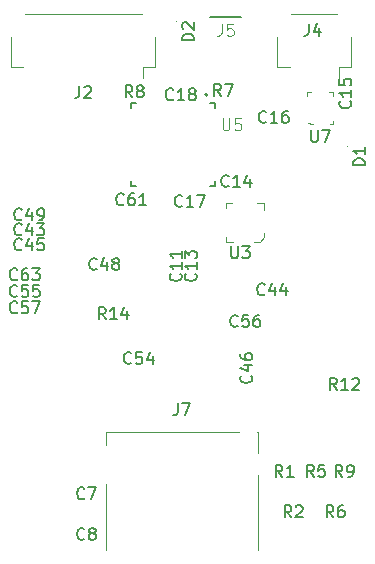
<source format=gbr>
G04 #@! TF.GenerationSoftware,KiCad,Pcbnew,(5.1.4)-1*
G04 #@! TF.CreationDate,2019-11-25T09:31:26+01:00*
G04 #@! TF.ProjectId,V3S_ESP32_Feather,5633535f-4553-4503-9332-5f4665617468,rev?*
G04 #@! TF.SameCoordinates,Original*
G04 #@! TF.FileFunction,Legend,Top*
G04 #@! TF.FilePolarity,Positive*
%FSLAX46Y46*%
G04 Gerber Fmt 4.6, Leading zero omitted, Abs format (unit mm)*
G04 Created by KiCad (PCBNEW (5.1.4)-1) date 2019-11-25 09:31:26*
%MOMM*%
%LPD*%
G04 APERTURE LIST*
%ADD10C,0.100000*%
%ADD11C,0.120000*%
%ADD12C,0.127000*%
%ADD13C,0.200000*%
%ADD14C,0.150000*%
%ADD15C,0.050000*%
G04 APERTURE END LIST*
D10*
X37642000Y-21593500D02*
G75*
G03X37642000Y-21593500I-50000J0D01*
G01*
X52120000Y-32160000D02*
G75*
G03X52120000Y-32160000I-50000J0D01*
G01*
X41809000Y-40233000D02*
X41809000Y-39858000D01*
X42359000Y-40233000D02*
X41809000Y-40233000D01*
X41809000Y-36983000D02*
X42334000Y-36983000D01*
X41809000Y-37383000D02*
X41809000Y-36983000D01*
X45059000Y-36983000D02*
X44434000Y-36983000D01*
X45059000Y-37533000D02*
X45059000Y-36983000D01*
X45059000Y-39833000D02*
X45059000Y-39483000D01*
X44684000Y-40233000D02*
X45059000Y-39833000D01*
X44209000Y-40233000D02*
X44684000Y-40233000D01*
D11*
X51216000Y-20937000D02*
X47336000Y-20937000D01*
X46166000Y-25407000D02*
X47216000Y-25407000D01*
X46166000Y-22907000D02*
X46166000Y-25407000D01*
X51336000Y-25407000D02*
X51336000Y-26397000D01*
X52386000Y-25407000D02*
X51336000Y-25407000D01*
X52386000Y-22907000D02*
X52386000Y-25407000D01*
X34658000Y-20937000D02*
X24778000Y-20937000D01*
X23608000Y-25407000D02*
X24658000Y-25407000D01*
X23608000Y-22907000D02*
X23608000Y-25407000D01*
X34778000Y-25407000D02*
X34778000Y-26397000D01*
X35828000Y-25407000D02*
X34778000Y-25407000D01*
X35828000Y-22907000D02*
X35828000Y-25407000D01*
D10*
X50884000Y-30306000D02*
X50584000Y-30306000D01*
X50884000Y-30306000D02*
X50884000Y-30006000D01*
X48684000Y-27606000D02*
X48984000Y-27606000D01*
X48684000Y-27606000D02*
X48684000Y-27906000D01*
X50884000Y-27606000D02*
X50884000Y-27906000D01*
X50884000Y-27606000D02*
X50534000Y-27606000D01*
X48834000Y-30156000D02*
X48734000Y-30156000D01*
X48984000Y-30306000D02*
X48834000Y-30156000D01*
X49134000Y-30306000D02*
X48984000Y-30306000D01*
D11*
X44425000Y-56318000D02*
X44535000Y-56318000D01*
X31665000Y-57478000D02*
X31665000Y-56318000D01*
X31665000Y-56318000D02*
X42925000Y-56318000D01*
X44535000Y-56318000D02*
X44535000Y-58128000D01*
X31665000Y-60728000D02*
X31665000Y-66328000D01*
X44535000Y-60028000D02*
X44535000Y-66328000D01*
D12*
X43083000Y-21179000D02*
X40483000Y-21179000D01*
X40448000Y-28454000D02*
X40888000Y-28454000D01*
X40888000Y-28454000D02*
X40888000Y-28894000D01*
X34228000Y-28454000D02*
X33788000Y-28454000D01*
X33788000Y-28454000D02*
X33788000Y-28894000D01*
X34228000Y-35554000D02*
X33788000Y-35554000D01*
X33788000Y-35554000D02*
X33788000Y-35114000D01*
X40448000Y-35554000D02*
X40888000Y-35554000D01*
X40888000Y-35554000D02*
X40888000Y-35114000D01*
D13*
X40238000Y-27804000D02*
G75*
G03X40238000Y-27804000I-100000J0D01*
G01*
D14*
X39094380Y-23191595D02*
X38094380Y-23191595D01*
X38094380Y-22953500D01*
X38142000Y-22810642D01*
X38237238Y-22715404D01*
X38332476Y-22667785D01*
X38522952Y-22620166D01*
X38665809Y-22620166D01*
X38856285Y-22667785D01*
X38951523Y-22715404D01*
X39046761Y-22810642D01*
X39094380Y-22953500D01*
X39094380Y-23191595D01*
X38189619Y-22239214D02*
X38142000Y-22191595D01*
X38094380Y-22096357D01*
X38094380Y-21858261D01*
X38142000Y-21763023D01*
X38189619Y-21715404D01*
X38284857Y-21667785D01*
X38380095Y-21667785D01*
X38522952Y-21715404D01*
X39094380Y-22286833D01*
X39094380Y-21667785D01*
X53572380Y-33758095D02*
X52572380Y-33758095D01*
X52572380Y-33520000D01*
X52620000Y-33377142D01*
X52715238Y-33281904D01*
X52810476Y-33234285D01*
X53000952Y-33186666D01*
X53143809Y-33186666D01*
X53334285Y-33234285D01*
X53429523Y-33281904D01*
X53524761Y-33377142D01*
X53572380Y-33520000D01*
X53572380Y-33758095D01*
X53572380Y-32234285D02*
X53572380Y-32805714D01*
X53572380Y-32520000D02*
X52572380Y-32520000D01*
X52715238Y-32615238D01*
X52810476Y-32710476D01*
X52858095Y-32805714D01*
X51173142Y-52776380D02*
X50839809Y-52300190D01*
X50601714Y-52776380D02*
X50601714Y-51776380D01*
X50982666Y-51776380D01*
X51077904Y-51824000D01*
X51125523Y-51871619D01*
X51173142Y-51966857D01*
X51173142Y-52109714D01*
X51125523Y-52204952D01*
X51077904Y-52252571D01*
X50982666Y-52300190D01*
X50601714Y-52300190D01*
X52125523Y-52776380D02*
X51554095Y-52776380D01*
X51839809Y-52776380D02*
X51839809Y-51776380D01*
X51744571Y-51919238D01*
X51649333Y-52014476D01*
X51554095Y-52062095D01*
X52506476Y-51871619D02*
X52554095Y-51824000D01*
X52649333Y-51776380D01*
X52887428Y-51776380D01*
X52982666Y-51824000D01*
X53030285Y-51871619D01*
X53077904Y-51966857D01*
X53077904Y-52062095D01*
X53030285Y-52204952D01*
X52458857Y-52776380D01*
X53077904Y-52776380D01*
X37330142Y-28170142D02*
X37282523Y-28217761D01*
X37139666Y-28265380D01*
X37044428Y-28265380D01*
X36901571Y-28217761D01*
X36806333Y-28122523D01*
X36758714Y-28027285D01*
X36711095Y-27836809D01*
X36711095Y-27693952D01*
X36758714Y-27503476D01*
X36806333Y-27408238D01*
X36901571Y-27313000D01*
X37044428Y-27265380D01*
X37139666Y-27265380D01*
X37282523Y-27313000D01*
X37330142Y-27360619D01*
X38282523Y-28265380D02*
X37711095Y-28265380D01*
X37996809Y-28265380D02*
X37996809Y-27265380D01*
X37901571Y-27408238D01*
X37806333Y-27503476D01*
X37711095Y-27551095D01*
X38853952Y-27693952D02*
X38758714Y-27646333D01*
X38711095Y-27598714D01*
X38663476Y-27503476D01*
X38663476Y-27455857D01*
X38711095Y-27360619D01*
X38758714Y-27313000D01*
X38853952Y-27265380D01*
X39044428Y-27265380D01*
X39139666Y-27313000D01*
X39187285Y-27360619D01*
X39234904Y-27455857D01*
X39234904Y-27503476D01*
X39187285Y-27598714D01*
X39139666Y-27646333D01*
X39044428Y-27693952D01*
X38853952Y-27693952D01*
X38758714Y-27741571D01*
X38711095Y-27789190D01*
X38663476Y-27884428D01*
X38663476Y-28074904D01*
X38711095Y-28170142D01*
X38758714Y-28217761D01*
X38853952Y-28265380D01*
X39044428Y-28265380D01*
X39139666Y-28217761D01*
X39187285Y-28170142D01*
X39234904Y-28074904D01*
X39234904Y-27884428D01*
X39187285Y-27789190D01*
X39139666Y-27741571D01*
X39044428Y-27693952D01*
X33774142Y-50488142D02*
X33726523Y-50535761D01*
X33583666Y-50583380D01*
X33488428Y-50583380D01*
X33345571Y-50535761D01*
X33250333Y-50440523D01*
X33202714Y-50345285D01*
X33155095Y-50154809D01*
X33155095Y-50011952D01*
X33202714Y-49821476D01*
X33250333Y-49726238D01*
X33345571Y-49631000D01*
X33488428Y-49583380D01*
X33583666Y-49583380D01*
X33726523Y-49631000D01*
X33774142Y-49678619D01*
X34678904Y-49583380D02*
X34202714Y-49583380D01*
X34155095Y-50059571D01*
X34202714Y-50011952D01*
X34297952Y-49964333D01*
X34536047Y-49964333D01*
X34631285Y-50011952D01*
X34678904Y-50059571D01*
X34726523Y-50154809D01*
X34726523Y-50392904D01*
X34678904Y-50488142D01*
X34631285Y-50535761D01*
X34536047Y-50583380D01*
X34297952Y-50583380D01*
X34202714Y-50535761D01*
X34155095Y-50488142D01*
X35583666Y-49916714D02*
X35583666Y-50583380D01*
X35345571Y-49535761D02*
X35107476Y-50250047D01*
X35726523Y-50250047D01*
X24503142Y-38330142D02*
X24455523Y-38377761D01*
X24312666Y-38425380D01*
X24217428Y-38425380D01*
X24074571Y-38377761D01*
X23979333Y-38282523D01*
X23931714Y-38187285D01*
X23884095Y-37996809D01*
X23884095Y-37853952D01*
X23931714Y-37663476D01*
X23979333Y-37568238D01*
X24074571Y-37473000D01*
X24217428Y-37425380D01*
X24312666Y-37425380D01*
X24455523Y-37473000D01*
X24503142Y-37520619D01*
X25360285Y-37758714D02*
X25360285Y-38425380D01*
X25122190Y-37377761D02*
X24884095Y-38092047D01*
X25503142Y-38092047D01*
X25931714Y-38425380D02*
X26122190Y-38425380D01*
X26217428Y-38377761D01*
X26265047Y-38330142D01*
X26360285Y-38187285D01*
X26407904Y-37996809D01*
X26407904Y-37615857D01*
X26360285Y-37520619D01*
X26312666Y-37473000D01*
X26217428Y-37425380D01*
X26026952Y-37425380D01*
X25931714Y-37473000D01*
X25884095Y-37520619D01*
X25836476Y-37615857D01*
X25836476Y-37853952D01*
X25884095Y-37949190D01*
X25931714Y-37996809D01*
X26026952Y-38044428D01*
X26217428Y-38044428D01*
X26312666Y-37996809D01*
X26360285Y-37949190D01*
X26407904Y-37853952D01*
X30853142Y-42521142D02*
X30805523Y-42568761D01*
X30662666Y-42616380D01*
X30567428Y-42616380D01*
X30424571Y-42568761D01*
X30329333Y-42473523D01*
X30281714Y-42378285D01*
X30234095Y-42187809D01*
X30234095Y-42044952D01*
X30281714Y-41854476D01*
X30329333Y-41759238D01*
X30424571Y-41664000D01*
X30567428Y-41616380D01*
X30662666Y-41616380D01*
X30805523Y-41664000D01*
X30853142Y-41711619D01*
X31710285Y-41949714D02*
X31710285Y-42616380D01*
X31472190Y-41568761D02*
X31234095Y-42283047D01*
X31853142Y-42283047D01*
X32376952Y-42044952D02*
X32281714Y-41997333D01*
X32234095Y-41949714D01*
X32186476Y-41854476D01*
X32186476Y-41806857D01*
X32234095Y-41711619D01*
X32281714Y-41664000D01*
X32376952Y-41616380D01*
X32567428Y-41616380D01*
X32662666Y-41664000D01*
X32710285Y-41711619D01*
X32757904Y-41806857D01*
X32757904Y-41854476D01*
X32710285Y-41949714D01*
X32662666Y-41997333D01*
X32567428Y-42044952D01*
X32376952Y-42044952D01*
X32281714Y-42092571D01*
X32234095Y-42140190D01*
X32186476Y-42235428D01*
X32186476Y-42425904D01*
X32234095Y-42521142D01*
X32281714Y-42568761D01*
X32376952Y-42616380D01*
X32567428Y-42616380D01*
X32662666Y-42568761D01*
X32710285Y-42521142D01*
X32757904Y-42425904D01*
X32757904Y-42235428D01*
X32710285Y-42140190D01*
X32662666Y-42092571D01*
X32567428Y-42044952D01*
X38092142Y-37187142D02*
X38044523Y-37234761D01*
X37901666Y-37282380D01*
X37806428Y-37282380D01*
X37663571Y-37234761D01*
X37568333Y-37139523D01*
X37520714Y-37044285D01*
X37473095Y-36853809D01*
X37473095Y-36710952D01*
X37520714Y-36520476D01*
X37568333Y-36425238D01*
X37663571Y-36330000D01*
X37806428Y-36282380D01*
X37901666Y-36282380D01*
X38044523Y-36330000D01*
X38092142Y-36377619D01*
X39044523Y-37282380D02*
X38473095Y-37282380D01*
X38758809Y-37282380D02*
X38758809Y-36282380D01*
X38663571Y-36425238D01*
X38568333Y-36520476D01*
X38473095Y-36568095D01*
X39377857Y-36282380D02*
X40044523Y-36282380D01*
X39615952Y-37282380D01*
X50887333Y-63571380D02*
X50554000Y-63095190D01*
X50315904Y-63571380D02*
X50315904Y-62571380D01*
X50696857Y-62571380D01*
X50792095Y-62619000D01*
X50839714Y-62666619D01*
X50887333Y-62761857D01*
X50887333Y-62904714D01*
X50839714Y-62999952D01*
X50792095Y-63047571D01*
X50696857Y-63095190D01*
X50315904Y-63095190D01*
X51744476Y-62571380D02*
X51554000Y-62571380D01*
X51458761Y-62619000D01*
X51411142Y-62666619D01*
X51315904Y-62809476D01*
X51268285Y-62999952D01*
X51268285Y-63380904D01*
X51315904Y-63476142D01*
X51363523Y-63523761D01*
X51458761Y-63571380D01*
X51649238Y-63571380D01*
X51744476Y-63523761D01*
X51792095Y-63476142D01*
X51839714Y-63380904D01*
X51839714Y-63142809D01*
X51792095Y-63047571D01*
X51744476Y-62999952D01*
X51649238Y-62952333D01*
X51458761Y-62952333D01*
X51363523Y-62999952D01*
X51315904Y-63047571D01*
X51268285Y-63142809D01*
X49236333Y-60142380D02*
X48903000Y-59666190D01*
X48664904Y-60142380D02*
X48664904Y-59142380D01*
X49045857Y-59142380D01*
X49141095Y-59190000D01*
X49188714Y-59237619D01*
X49236333Y-59332857D01*
X49236333Y-59475714D01*
X49188714Y-59570952D01*
X49141095Y-59618571D01*
X49045857Y-59666190D01*
X48664904Y-59666190D01*
X50141095Y-59142380D02*
X49664904Y-59142380D01*
X49617285Y-59618571D01*
X49664904Y-59570952D01*
X49760142Y-59523333D01*
X49998238Y-59523333D01*
X50093476Y-59570952D01*
X50141095Y-59618571D01*
X50188714Y-59713809D01*
X50188714Y-59951904D01*
X50141095Y-60047142D01*
X50093476Y-60094761D01*
X49998238Y-60142380D01*
X49760142Y-60142380D01*
X49664904Y-60094761D01*
X49617285Y-60047142D01*
X47331333Y-63571380D02*
X46998000Y-63095190D01*
X46759904Y-63571380D02*
X46759904Y-62571380D01*
X47140857Y-62571380D01*
X47236095Y-62619000D01*
X47283714Y-62666619D01*
X47331333Y-62761857D01*
X47331333Y-62904714D01*
X47283714Y-62999952D01*
X47236095Y-63047571D01*
X47140857Y-63095190D01*
X46759904Y-63095190D01*
X47712285Y-62666619D02*
X47759904Y-62619000D01*
X47855142Y-62571380D01*
X48093238Y-62571380D01*
X48188476Y-62619000D01*
X48236095Y-62666619D01*
X48283714Y-62761857D01*
X48283714Y-62857095D01*
X48236095Y-62999952D01*
X47664666Y-63571380D01*
X48283714Y-63571380D01*
X46569333Y-60142380D02*
X46236000Y-59666190D01*
X45997904Y-60142380D02*
X45997904Y-59142380D01*
X46378857Y-59142380D01*
X46474095Y-59190000D01*
X46521714Y-59237619D01*
X46569333Y-59332857D01*
X46569333Y-59475714D01*
X46521714Y-59570952D01*
X46474095Y-59618571D01*
X46378857Y-59666190D01*
X45997904Y-59666190D01*
X47521714Y-60142380D02*
X46950285Y-60142380D01*
X47236000Y-60142380D02*
X47236000Y-59142380D01*
X47140761Y-59285238D01*
X47045523Y-59380476D01*
X46950285Y-59428095D01*
X42232095Y-40630380D02*
X42232095Y-41439904D01*
X42279714Y-41535142D01*
X42327333Y-41582761D01*
X42422571Y-41630380D01*
X42613047Y-41630380D01*
X42708285Y-41582761D01*
X42755904Y-41535142D01*
X42803523Y-41439904D01*
X42803523Y-40630380D01*
X43184476Y-40630380D02*
X43803523Y-40630380D01*
X43470190Y-41011333D01*
X43613047Y-41011333D01*
X43708285Y-41058952D01*
X43755904Y-41106571D01*
X43803523Y-41201809D01*
X43803523Y-41439904D01*
X43755904Y-41535142D01*
X43708285Y-41582761D01*
X43613047Y-41630380D01*
X43327333Y-41630380D01*
X43232095Y-41582761D01*
X43184476Y-41535142D01*
X48815666Y-21804380D02*
X48815666Y-22518666D01*
X48768047Y-22661523D01*
X48672809Y-22756761D01*
X48529952Y-22804380D01*
X48434714Y-22804380D01*
X49720428Y-22137714D02*
X49720428Y-22804380D01*
X49482333Y-21756761D02*
X49244238Y-22471047D01*
X49863285Y-22471047D01*
X29384666Y-27054380D02*
X29384666Y-27768666D01*
X29337047Y-27911523D01*
X29241809Y-28006761D01*
X29098952Y-28054380D01*
X29003714Y-28054380D01*
X29813238Y-27149619D02*
X29860857Y-27102000D01*
X29956095Y-27054380D01*
X30194190Y-27054380D01*
X30289428Y-27102000D01*
X30337047Y-27149619D01*
X30384666Y-27244857D01*
X30384666Y-27340095D01*
X30337047Y-27482952D01*
X29765619Y-28054380D01*
X30384666Y-28054380D01*
X24122142Y-43410142D02*
X24074523Y-43457761D01*
X23931666Y-43505380D01*
X23836428Y-43505380D01*
X23693571Y-43457761D01*
X23598333Y-43362523D01*
X23550714Y-43267285D01*
X23503095Y-43076809D01*
X23503095Y-42933952D01*
X23550714Y-42743476D01*
X23598333Y-42648238D01*
X23693571Y-42553000D01*
X23836428Y-42505380D01*
X23931666Y-42505380D01*
X24074523Y-42553000D01*
X24122142Y-42600619D01*
X24979285Y-42505380D02*
X24788809Y-42505380D01*
X24693571Y-42553000D01*
X24645952Y-42600619D01*
X24550714Y-42743476D01*
X24503095Y-42933952D01*
X24503095Y-43314904D01*
X24550714Y-43410142D01*
X24598333Y-43457761D01*
X24693571Y-43505380D01*
X24884047Y-43505380D01*
X24979285Y-43457761D01*
X25026904Y-43410142D01*
X25074523Y-43314904D01*
X25074523Y-43076809D01*
X25026904Y-42981571D01*
X24979285Y-42933952D01*
X24884047Y-42886333D01*
X24693571Y-42886333D01*
X24598333Y-42933952D01*
X24550714Y-42981571D01*
X24503095Y-43076809D01*
X25407857Y-42505380D02*
X26026904Y-42505380D01*
X25693571Y-42886333D01*
X25836428Y-42886333D01*
X25931666Y-42933952D01*
X25979285Y-42981571D01*
X26026904Y-43076809D01*
X26026904Y-43314904D01*
X25979285Y-43410142D01*
X25931666Y-43457761D01*
X25836428Y-43505380D01*
X25550714Y-43505380D01*
X25455476Y-43457761D01*
X25407857Y-43410142D01*
X33139142Y-37060142D02*
X33091523Y-37107761D01*
X32948666Y-37155380D01*
X32853428Y-37155380D01*
X32710571Y-37107761D01*
X32615333Y-37012523D01*
X32567714Y-36917285D01*
X32520095Y-36726809D01*
X32520095Y-36583952D01*
X32567714Y-36393476D01*
X32615333Y-36298238D01*
X32710571Y-36203000D01*
X32853428Y-36155380D01*
X32948666Y-36155380D01*
X33091523Y-36203000D01*
X33139142Y-36250619D01*
X33996285Y-36155380D02*
X33805809Y-36155380D01*
X33710571Y-36203000D01*
X33662952Y-36250619D01*
X33567714Y-36393476D01*
X33520095Y-36583952D01*
X33520095Y-36964904D01*
X33567714Y-37060142D01*
X33615333Y-37107761D01*
X33710571Y-37155380D01*
X33901047Y-37155380D01*
X33996285Y-37107761D01*
X34043904Y-37060142D01*
X34091523Y-36964904D01*
X34091523Y-36726809D01*
X34043904Y-36631571D01*
X33996285Y-36583952D01*
X33901047Y-36536333D01*
X33710571Y-36536333D01*
X33615333Y-36583952D01*
X33567714Y-36631571D01*
X33520095Y-36726809D01*
X35043904Y-37155380D02*
X34472476Y-37155380D01*
X34758190Y-37155380D02*
X34758190Y-36155380D01*
X34662952Y-36298238D01*
X34567714Y-36393476D01*
X34472476Y-36441095D01*
X42791142Y-47347142D02*
X42743523Y-47394761D01*
X42600666Y-47442380D01*
X42505428Y-47442380D01*
X42362571Y-47394761D01*
X42267333Y-47299523D01*
X42219714Y-47204285D01*
X42172095Y-47013809D01*
X42172095Y-46870952D01*
X42219714Y-46680476D01*
X42267333Y-46585238D01*
X42362571Y-46490000D01*
X42505428Y-46442380D01*
X42600666Y-46442380D01*
X42743523Y-46490000D01*
X42791142Y-46537619D01*
X43695904Y-46442380D02*
X43219714Y-46442380D01*
X43172095Y-46918571D01*
X43219714Y-46870952D01*
X43314952Y-46823333D01*
X43553047Y-46823333D01*
X43648285Y-46870952D01*
X43695904Y-46918571D01*
X43743523Y-47013809D01*
X43743523Y-47251904D01*
X43695904Y-47347142D01*
X43648285Y-47394761D01*
X43553047Y-47442380D01*
X43314952Y-47442380D01*
X43219714Y-47394761D01*
X43172095Y-47347142D01*
X44600666Y-46442380D02*
X44410190Y-46442380D01*
X44314952Y-46490000D01*
X44267333Y-46537619D01*
X44172095Y-46680476D01*
X44124476Y-46870952D01*
X44124476Y-47251904D01*
X44172095Y-47347142D01*
X44219714Y-47394761D01*
X44314952Y-47442380D01*
X44505428Y-47442380D01*
X44600666Y-47394761D01*
X44648285Y-47347142D01*
X44695904Y-47251904D01*
X44695904Y-47013809D01*
X44648285Y-46918571D01*
X44600666Y-46870952D01*
X44505428Y-46823333D01*
X44314952Y-46823333D01*
X44219714Y-46870952D01*
X44172095Y-46918571D01*
X44124476Y-47013809D01*
X24122142Y-44807142D02*
X24074523Y-44854761D01*
X23931666Y-44902380D01*
X23836428Y-44902380D01*
X23693571Y-44854761D01*
X23598333Y-44759523D01*
X23550714Y-44664285D01*
X23503095Y-44473809D01*
X23503095Y-44330952D01*
X23550714Y-44140476D01*
X23598333Y-44045238D01*
X23693571Y-43950000D01*
X23836428Y-43902380D01*
X23931666Y-43902380D01*
X24074523Y-43950000D01*
X24122142Y-43997619D01*
X25026904Y-43902380D02*
X24550714Y-43902380D01*
X24503095Y-44378571D01*
X24550714Y-44330952D01*
X24645952Y-44283333D01*
X24884047Y-44283333D01*
X24979285Y-44330952D01*
X25026904Y-44378571D01*
X25074523Y-44473809D01*
X25074523Y-44711904D01*
X25026904Y-44807142D01*
X24979285Y-44854761D01*
X24884047Y-44902380D01*
X24645952Y-44902380D01*
X24550714Y-44854761D01*
X24503095Y-44807142D01*
X25979285Y-43902380D02*
X25503095Y-43902380D01*
X25455476Y-44378571D01*
X25503095Y-44330952D01*
X25598333Y-44283333D01*
X25836428Y-44283333D01*
X25931666Y-44330952D01*
X25979285Y-44378571D01*
X26026904Y-44473809D01*
X26026904Y-44711904D01*
X25979285Y-44807142D01*
X25931666Y-44854761D01*
X25836428Y-44902380D01*
X25598333Y-44902380D01*
X25503095Y-44854761D01*
X25455476Y-44807142D01*
X45077142Y-44680142D02*
X45029523Y-44727761D01*
X44886666Y-44775380D01*
X44791428Y-44775380D01*
X44648571Y-44727761D01*
X44553333Y-44632523D01*
X44505714Y-44537285D01*
X44458095Y-44346809D01*
X44458095Y-44203952D01*
X44505714Y-44013476D01*
X44553333Y-43918238D01*
X44648571Y-43823000D01*
X44791428Y-43775380D01*
X44886666Y-43775380D01*
X45029523Y-43823000D01*
X45077142Y-43870619D01*
X45934285Y-44108714D02*
X45934285Y-44775380D01*
X45696190Y-43727761D02*
X45458095Y-44442047D01*
X46077142Y-44442047D01*
X46886666Y-44108714D02*
X46886666Y-44775380D01*
X46648571Y-43727761D02*
X46410476Y-44442047D01*
X47029523Y-44442047D01*
X24503142Y-39600142D02*
X24455523Y-39647761D01*
X24312666Y-39695380D01*
X24217428Y-39695380D01*
X24074571Y-39647761D01*
X23979333Y-39552523D01*
X23931714Y-39457285D01*
X23884095Y-39266809D01*
X23884095Y-39123952D01*
X23931714Y-38933476D01*
X23979333Y-38838238D01*
X24074571Y-38743000D01*
X24217428Y-38695380D01*
X24312666Y-38695380D01*
X24455523Y-38743000D01*
X24503142Y-38790619D01*
X25360285Y-39028714D02*
X25360285Y-39695380D01*
X25122190Y-38647761D02*
X24884095Y-39362047D01*
X25503142Y-39362047D01*
X25788857Y-38695380D02*
X26407904Y-38695380D01*
X26074571Y-39076333D01*
X26217428Y-39076333D01*
X26312666Y-39123952D01*
X26360285Y-39171571D01*
X26407904Y-39266809D01*
X26407904Y-39504904D01*
X26360285Y-39600142D01*
X26312666Y-39647761D01*
X26217428Y-39695380D01*
X25931714Y-39695380D01*
X25836476Y-39647761D01*
X25788857Y-39600142D01*
X45204142Y-30075142D02*
X45156523Y-30122761D01*
X45013666Y-30170380D01*
X44918428Y-30170380D01*
X44775571Y-30122761D01*
X44680333Y-30027523D01*
X44632714Y-29932285D01*
X44585095Y-29741809D01*
X44585095Y-29598952D01*
X44632714Y-29408476D01*
X44680333Y-29313238D01*
X44775571Y-29218000D01*
X44918428Y-29170380D01*
X45013666Y-29170380D01*
X45156523Y-29218000D01*
X45204142Y-29265619D01*
X46156523Y-30170380D02*
X45585095Y-30170380D01*
X45870809Y-30170380D02*
X45870809Y-29170380D01*
X45775571Y-29313238D01*
X45680333Y-29408476D01*
X45585095Y-29456095D01*
X47013666Y-29170380D02*
X46823190Y-29170380D01*
X46727952Y-29218000D01*
X46680333Y-29265619D01*
X46585095Y-29408476D01*
X46537476Y-29598952D01*
X46537476Y-29979904D01*
X46585095Y-30075142D01*
X46632714Y-30122761D01*
X46727952Y-30170380D01*
X46918428Y-30170380D01*
X47013666Y-30122761D01*
X47061285Y-30075142D01*
X47108904Y-29979904D01*
X47108904Y-29741809D01*
X47061285Y-29646571D01*
X47013666Y-29598952D01*
X46918428Y-29551333D01*
X46727952Y-29551333D01*
X46632714Y-29598952D01*
X46585095Y-29646571D01*
X46537476Y-29741809D01*
X52300142Y-28328857D02*
X52347761Y-28376476D01*
X52395380Y-28519333D01*
X52395380Y-28614571D01*
X52347761Y-28757428D01*
X52252523Y-28852666D01*
X52157285Y-28900285D01*
X51966809Y-28947904D01*
X51823952Y-28947904D01*
X51633476Y-28900285D01*
X51538238Y-28852666D01*
X51443000Y-28757428D01*
X51395380Y-28614571D01*
X51395380Y-28519333D01*
X51443000Y-28376476D01*
X51490619Y-28328857D01*
X52395380Y-27376476D02*
X52395380Y-27947904D01*
X52395380Y-27662190D02*
X51395380Y-27662190D01*
X51538238Y-27757428D01*
X51633476Y-27852666D01*
X51681095Y-27947904D01*
X51395380Y-26471714D02*
X51395380Y-26947904D01*
X51871571Y-26995523D01*
X51823952Y-26947904D01*
X51776333Y-26852666D01*
X51776333Y-26614571D01*
X51823952Y-26519333D01*
X51871571Y-26471714D01*
X51966809Y-26424095D01*
X52204904Y-26424095D01*
X52300142Y-26471714D01*
X52347761Y-26519333D01*
X52395380Y-26614571D01*
X52395380Y-26852666D01*
X52347761Y-26947904D01*
X52300142Y-26995523D01*
X33869333Y-28011380D02*
X33536000Y-27535190D01*
X33297904Y-28011380D02*
X33297904Y-27011380D01*
X33678857Y-27011380D01*
X33774095Y-27059000D01*
X33821714Y-27106619D01*
X33869333Y-27201857D01*
X33869333Y-27344714D01*
X33821714Y-27439952D01*
X33774095Y-27487571D01*
X33678857Y-27535190D01*
X33297904Y-27535190D01*
X34440761Y-27439952D02*
X34345523Y-27392333D01*
X34297904Y-27344714D01*
X34250285Y-27249476D01*
X34250285Y-27201857D01*
X34297904Y-27106619D01*
X34345523Y-27059000D01*
X34440761Y-27011380D01*
X34631238Y-27011380D01*
X34726476Y-27059000D01*
X34774095Y-27106619D01*
X34821714Y-27201857D01*
X34821714Y-27249476D01*
X34774095Y-27344714D01*
X34726476Y-27392333D01*
X34631238Y-27439952D01*
X34440761Y-27439952D01*
X34345523Y-27487571D01*
X34297904Y-27535190D01*
X34250285Y-27630428D01*
X34250285Y-27820904D01*
X34297904Y-27916142D01*
X34345523Y-27963761D01*
X34440761Y-28011380D01*
X34631238Y-28011380D01*
X34726476Y-27963761D01*
X34774095Y-27916142D01*
X34821714Y-27820904D01*
X34821714Y-27630428D01*
X34774095Y-27535190D01*
X34726476Y-27487571D01*
X34631238Y-27439952D01*
X41362333Y-27884380D02*
X41029000Y-27408190D01*
X40790904Y-27884380D02*
X40790904Y-26884380D01*
X41171857Y-26884380D01*
X41267095Y-26932000D01*
X41314714Y-26979619D01*
X41362333Y-27074857D01*
X41362333Y-27217714D01*
X41314714Y-27312952D01*
X41267095Y-27360571D01*
X41171857Y-27408190D01*
X40790904Y-27408190D01*
X41695666Y-26884380D02*
X42362333Y-26884380D01*
X41933761Y-27884380D01*
X42029142Y-35502142D02*
X41981523Y-35549761D01*
X41838666Y-35597380D01*
X41743428Y-35597380D01*
X41600571Y-35549761D01*
X41505333Y-35454523D01*
X41457714Y-35359285D01*
X41410095Y-35168809D01*
X41410095Y-35025952D01*
X41457714Y-34835476D01*
X41505333Y-34740238D01*
X41600571Y-34645000D01*
X41743428Y-34597380D01*
X41838666Y-34597380D01*
X41981523Y-34645000D01*
X42029142Y-34692619D01*
X42981523Y-35597380D02*
X42410095Y-35597380D01*
X42695809Y-35597380D02*
X42695809Y-34597380D01*
X42600571Y-34740238D01*
X42505333Y-34835476D01*
X42410095Y-34883095D01*
X43838666Y-34930714D02*
X43838666Y-35597380D01*
X43600571Y-34549761D02*
X43362476Y-35264047D01*
X43981523Y-35264047D01*
X39219142Y-42933857D02*
X39266761Y-42981476D01*
X39314380Y-43124333D01*
X39314380Y-43219571D01*
X39266761Y-43362428D01*
X39171523Y-43457666D01*
X39076285Y-43505285D01*
X38885809Y-43552904D01*
X38742952Y-43552904D01*
X38552476Y-43505285D01*
X38457238Y-43457666D01*
X38362000Y-43362428D01*
X38314380Y-43219571D01*
X38314380Y-43124333D01*
X38362000Y-42981476D01*
X38409619Y-42933857D01*
X39314380Y-41981476D02*
X39314380Y-42552904D01*
X39314380Y-42267190D02*
X38314380Y-42267190D01*
X38457238Y-42362428D01*
X38552476Y-42457666D01*
X38600095Y-42552904D01*
X38314380Y-41648142D02*
X38314380Y-41029095D01*
X38695333Y-41362428D01*
X38695333Y-41219571D01*
X38742952Y-41124333D01*
X38790571Y-41076714D01*
X38885809Y-41029095D01*
X39123904Y-41029095D01*
X39219142Y-41076714D01*
X39266761Y-41124333D01*
X39314380Y-41219571D01*
X39314380Y-41505285D01*
X39266761Y-41600523D01*
X39219142Y-41648142D01*
X37949142Y-42933857D02*
X37996761Y-42981476D01*
X38044380Y-43124333D01*
X38044380Y-43219571D01*
X37996761Y-43362428D01*
X37901523Y-43457666D01*
X37806285Y-43505285D01*
X37615809Y-43552904D01*
X37472952Y-43552904D01*
X37282476Y-43505285D01*
X37187238Y-43457666D01*
X37092000Y-43362428D01*
X37044380Y-43219571D01*
X37044380Y-43124333D01*
X37092000Y-42981476D01*
X37139619Y-42933857D01*
X38044380Y-41981476D02*
X38044380Y-42552904D01*
X38044380Y-42267190D02*
X37044380Y-42267190D01*
X37187238Y-42362428D01*
X37282476Y-42457666D01*
X37330095Y-42552904D01*
X38044380Y-41029095D02*
X38044380Y-41600523D01*
X38044380Y-41314809D02*
X37044380Y-41314809D01*
X37187238Y-41410047D01*
X37282476Y-41505285D01*
X37330095Y-41600523D01*
X29805333Y-65381142D02*
X29757714Y-65428761D01*
X29614857Y-65476380D01*
X29519619Y-65476380D01*
X29376761Y-65428761D01*
X29281523Y-65333523D01*
X29233904Y-65238285D01*
X29186285Y-65047809D01*
X29186285Y-64904952D01*
X29233904Y-64714476D01*
X29281523Y-64619238D01*
X29376761Y-64524000D01*
X29519619Y-64476380D01*
X29614857Y-64476380D01*
X29757714Y-64524000D01*
X29805333Y-64571619D01*
X30376761Y-64904952D02*
X30281523Y-64857333D01*
X30233904Y-64809714D01*
X30186285Y-64714476D01*
X30186285Y-64666857D01*
X30233904Y-64571619D01*
X30281523Y-64524000D01*
X30376761Y-64476380D01*
X30567238Y-64476380D01*
X30662476Y-64524000D01*
X30710095Y-64571619D01*
X30757714Y-64666857D01*
X30757714Y-64714476D01*
X30710095Y-64809714D01*
X30662476Y-64857333D01*
X30567238Y-64904952D01*
X30376761Y-64904952D01*
X30281523Y-64952571D01*
X30233904Y-65000190D01*
X30186285Y-65095428D01*
X30186285Y-65285904D01*
X30233904Y-65381142D01*
X30281523Y-65428761D01*
X30376761Y-65476380D01*
X30567238Y-65476380D01*
X30662476Y-65428761D01*
X30710095Y-65381142D01*
X30757714Y-65285904D01*
X30757714Y-65095428D01*
X30710095Y-65000190D01*
X30662476Y-64952571D01*
X30567238Y-64904952D01*
X29805333Y-61952142D02*
X29757714Y-61999761D01*
X29614857Y-62047380D01*
X29519619Y-62047380D01*
X29376761Y-61999761D01*
X29281523Y-61904523D01*
X29233904Y-61809285D01*
X29186285Y-61618809D01*
X29186285Y-61475952D01*
X29233904Y-61285476D01*
X29281523Y-61190238D01*
X29376761Y-61095000D01*
X29519619Y-61047380D01*
X29614857Y-61047380D01*
X29757714Y-61095000D01*
X29805333Y-61142619D01*
X30138666Y-61047380D02*
X30805333Y-61047380D01*
X30376761Y-62047380D01*
X49022095Y-30788380D02*
X49022095Y-31597904D01*
X49069714Y-31693142D01*
X49117333Y-31740761D01*
X49212571Y-31788380D01*
X49403047Y-31788380D01*
X49498285Y-31740761D01*
X49545904Y-31693142D01*
X49593523Y-31597904D01*
X49593523Y-30788380D01*
X49974476Y-30788380D02*
X50641142Y-30788380D01*
X50212571Y-31788380D01*
X51649333Y-60142380D02*
X51316000Y-59666190D01*
X51077904Y-60142380D02*
X51077904Y-59142380D01*
X51458857Y-59142380D01*
X51554095Y-59190000D01*
X51601714Y-59237619D01*
X51649333Y-59332857D01*
X51649333Y-59475714D01*
X51601714Y-59570952D01*
X51554095Y-59618571D01*
X51458857Y-59666190D01*
X51077904Y-59666190D01*
X52125523Y-60142380D02*
X52316000Y-60142380D01*
X52411238Y-60094761D01*
X52458857Y-60047142D01*
X52554095Y-59904285D01*
X52601714Y-59713809D01*
X52601714Y-59332857D01*
X52554095Y-59237619D01*
X52506476Y-59190000D01*
X52411238Y-59142380D01*
X52220761Y-59142380D01*
X52125523Y-59190000D01*
X52077904Y-59237619D01*
X52030285Y-59332857D01*
X52030285Y-59570952D01*
X52077904Y-59666190D01*
X52125523Y-59713809D01*
X52220761Y-59761428D01*
X52411238Y-59761428D01*
X52506476Y-59713809D01*
X52554095Y-59666190D01*
X52601714Y-59570952D01*
X37741666Y-53930380D02*
X37741666Y-54644666D01*
X37694047Y-54787523D01*
X37598809Y-54882761D01*
X37455952Y-54930380D01*
X37360714Y-54930380D01*
X38122619Y-53930380D02*
X38789285Y-53930380D01*
X38360714Y-54930380D01*
D15*
X41448783Y-21802929D02*
X41448783Y-22519108D01*
X41401038Y-22662344D01*
X41305547Y-22757834D01*
X41162311Y-22805579D01*
X41066821Y-22805579D01*
X42403688Y-21802929D02*
X41926235Y-21802929D01*
X41878490Y-22280382D01*
X41926235Y-22232636D01*
X42021726Y-22184891D01*
X42260452Y-22184891D01*
X42355942Y-22232636D01*
X42403688Y-22280382D01*
X42451433Y-22375872D01*
X42451433Y-22614598D01*
X42403688Y-22710089D01*
X42355942Y-22757834D01*
X42260452Y-22805579D01*
X42021726Y-22805579D01*
X41926235Y-22757834D01*
X41878490Y-22710089D01*
D14*
X24503142Y-40870142D02*
X24455523Y-40917761D01*
X24312666Y-40965380D01*
X24217428Y-40965380D01*
X24074571Y-40917761D01*
X23979333Y-40822523D01*
X23931714Y-40727285D01*
X23884095Y-40536809D01*
X23884095Y-40393952D01*
X23931714Y-40203476D01*
X23979333Y-40108238D01*
X24074571Y-40013000D01*
X24217428Y-39965380D01*
X24312666Y-39965380D01*
X24455523Y-40013000D01*
X24503142Y-40060619D01*
X25360285Y-40298714D02*
X25360285Y-40965380D01*
X25122190Y-39917761D02*
X24884095Y-40632047D01*
X25503142Y-40632047D01*
X26360285Y-39965380D02*
X25884095Y-39965380D01*
X25836476Y-40441571D01*
X25884095Y-40393952D01*
X25979333Y-40346333D01*
X26217428Y-40346333D01*
X26312666Y-40393952D01*
X26360285Y-40441571D01*
X26407904Y-40536809D01*
X26407904Y-40774904D01*
X26360285Y-40870142D01*
X26312666Y-40917761D01*
X26217428Y-40965380D01*
X25979333Y-40965380D01*
X25884095Y-40917761D01*
X25836476Y-40870142D01*
X43918142Y-51569857D02*
X43965761Y-51617476D01*
X44013380Y-51760333D01*
X44013380Y-51855571D01*
X43965761Y-51998428D01*
X43870523Y-52093666D01*
X43775285Y-52141285D01*
X43584809Y-52188904D01*
X43441952Y-52188904D01*
X43251476Y-52141285D01*
X43156238Y-52093666D01*
X43061000Y-51998428D01*
X43013380Y-51855571D01*
X43013380Y-51760333D01*
X43061000Y-51617476D01*
X43108619Y-51569857D01*
X43346714Y-50712714D02*
X44013380Y-50712714D01*
X42965761Y-50950809D02*
X43680047Y-51188904D01*
X43680047Y-50569857D01*
X43013380Y-49760333D02*
X43013380Y-49950809D01*
X43061000Y-50046047D01*
X43108619Y-50093666D01*
X43251476Y-50188904D01*
X43441952Y-50236523D01*
X43822904Y-50236523D01*
X43918142Y-50188904D01*
X43965761Y-50141285D01*
X44013380Y-50046047D01*
X44013380Y-49855571D01*
X43965761Y-49760333D01*
X43918142Y-49712714D01*
X43822904Y-49665095D01*
X43584809Y-49665095D01*
X43489571Y-49712714D01*
X43441952Y-49760333D01*
X43394333Y-49855571D01*
X43394333Y-50046047D01*
X43441952Y-50141285D01*
X43489571Y-50188904D01*
X43584809Y-50236523D01*
X24122142Y-46204142D02*
X24074523Y-46251761D01*
X23931666Y-46299380D01*
X23836428Y-46299380D01*
X23693571Y-46251761D01*
X23598333Y-46156523D01*
X23550714Y-46061285D01*
X23503095Y-45870809D01*
X23503095Y-45727952D01*
X23550714Y-45537476D01*
X23598333Y-45442238D01*
X23693571Y-45347000D01*
X23836428Y-45299380D01*
X23931666Y-45299380D01*
X24074523Y-45347000D01*
X24122142Y-45394619D01*
X25026904Y-45299380D02*
X24550714Y-45299380D01*
X24503095Y-45775571D01*
X24550714Y-45727952D01*
X24645952Y-45680333D01*
X24884047Y-45680333D01*
X24979285Y-45727952D01*
X25026904Y-45775571D01*
X25074523Y-45870809D01*
X25074523Y-46108904D01*
X25026904Y-46204142D01*
X24979285Y-46251761D01*
X24884047Y-46299380D01*
X24645952Y-46299380D01*
X24550714Y-46251761D01*
X24503095Y-46204142D01*
X25407857Y-45299380D02*
X26074523Y-45299380D01*
X25645952Y-46299380D01*
X31615142Y-46807380D02*
X31281809Y-46331190D01*
X31043714Y-46807380D02*
X31043714Y-45807380D01*
X31424666Y-45807380D01*
X31519904Y-45855000D01*
X31567523Y-45902619D01*
X31615142Y-45997857D01*
X31615142Y-46140714D01*
X31567523Y-46235952D01*
X31519904Y-46283571D01*
X31424666Y-46331190D01*
X31043714Y-46331190D01*
X32567523Y-46807380D02*
X31996095Y-46807380D01*
X32281809Y-46807380D02*
X32281809Y-45807380D01*
X32186571Y-45950238D01*
X32091333Y-46045476D01*
X31996095Y-46093095D01*
X33424666Y-46140714D02*
X33424666Y-46807380D01*
X33186571Y-45759761D02*
X32948476Y-46474047D01*
X33567523Y-46474047D01*
D15*
X41529095Y-29805380D02*
X41529095Y-30614904D01*
X41576714Y-30710142D01*
X41624333Y-30757761D01*
X41719571Y-30805380D01*
X41910047Y-30805380D01*
X42005285Y-30757761D01*
X42052904Y-30710142D01*
X42100523Y-30614904D01*
X42100523Y-29805380D01*
X43052904Y-29805380D02*
X42576714Y-29805380D01*
X42529095Y-30281571D01*
X42576714Y-30233952D01*
X42671952Y-30186333D01*
X42910047Y-30186333D01*
X43005285Y-30233952D01*
X43052904Y-30281571D01*
X43100523Y-30376809D01*
X43100523Y-30614904D01*
X43052904Y-30710142D01*
X43005285Y-30757761D01*
X42910047Y-30805380D01*
X42671952Y-30805380D01*
X42576714Y-30757761D01*
X42529095Y-30710142D01*
M02*

</source>
